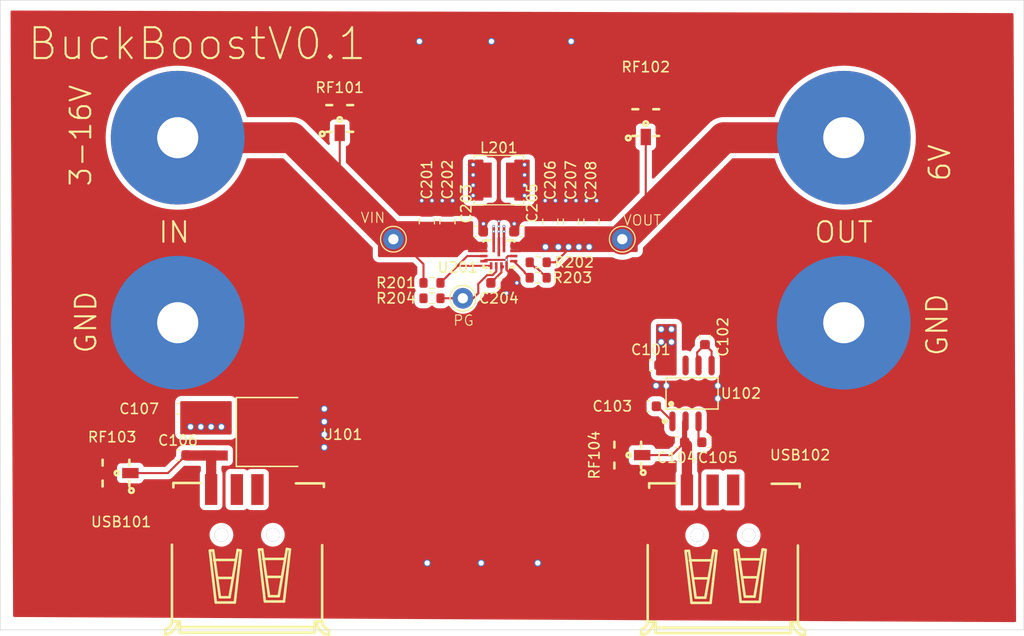
<source format=kicad_pcb>
(kicad_pcb (version 20240108) (generator "pcbnew") (generator_version "8.0")
  (layers (0 "F.Cu" signal) (1 "In1.Cu" power "Ground") (2 "In2.Cu" power "Power") (31 "B.Cu" signal) (34 "B.Paste" user) (35 "F.Paste" user) (36 "B.SilkS" user "B.Silkscreen") (37 "F.SilkS" user "F.Silkscreen") (38 "B.Mask" user) (39 "F.Mask" user) (44 "Edge.Cuts" user))
  (net 0 "")
  (net 1 "Net-(U201-Vaux)")
  (net 2 "GND")
  (net 3 "Net-(U201-L1)")
  (net 4 "Net-(U201-L2)")
  (net 5 "Net-(U201-EN)")
  (net 6 "Net-(R202-Pad2)")
  (net 7 "Net-(U201-FB)")
  (net 8 "Net-(U102-REF)")
  (net 9 "Net-(U102-VREG)")
  (net 10 "Net-(RF104-SIG)")
  (net 11 "Net-(U102-BYP)")
  (net 12 "Net-(RF103-SIG)")
  (net 17 "/BB6V/VLogic")
  (net 18 "/BB6V/VIN")
  (net 19 "/BB6V/VOUT")
  (net 20 "/BB6V/PG")
  (footprint "Resistor_SMD:R_0603_1608Metric" (layer "F.Cu") (at 64.792857 39.24475 180)
    (property "Reference" "R203" (at -3.325 0 0) (layer "F.SilkS"))
    (property "Value" "51k")
    (fp_line (start -0.237258 0.5225) (end 0.237258 0.5225) (stroke (width 0.12)) (layer "F.SilkS"))
    (fp_line (start -0.237258 -0.5225) (end 0.237258 -0.5225) (stroke (width 0.12)) (layer "F.SilkS"))
    (pad "1" smd roundrect (at -0.825 0 180) (size 0.8 0.95) (layers "F.Cu" "F.Paste" "F.Mask") (net 6 "Net-(R202-Pad2)"))
    (pad "2" smd roundrect (at 0.825 0 180) (size 0.8 0.95) (layers "F.Cu" "F.Paste" "F.Mask") (net 7 "Net-(U201-FB)"))
  )
  (footprint "easyeda2kicad:VQFN-HR-15_L3.0-W2.5-P0.50-BL_TPS63070RNMR" (layer "F.Cu") (at 60.967857 37.06475)
    (property "Reference" "U201" (at -4 1.18 0) (layer "F.SilkS"))
    (property "Value" "TPS63070RNMR")
    (fp_line (start -1.5 -1.45) (end -1.5 -1.33) (stroke (width 0.25)) (layer "F.SilkS"))
    (fp_line (start -1.5 1.01) (end -1.5 1.18) (stroke (width 0.25)) (layer "F.SilkS"))
    (fp_line (start -1.5 1.18) (end -1.11 1.18) (stroke (width 0.25)) (layer "F.SilkS"))
    (fp_line (start -0.86 -1.45) (end -1.5 -1.45) (stroke (width 0.25)) (layer "F.SilkS"))
    (fp_line (start 1.1 1.18) (end 1.5 1.18) (stroke (width 0.25)) (layer "F.SilkS"))
    (fp_line (start 1.5 -1.45) (end 0.85 -1.45) (stroke (width 0.25)) (layer "F.SilkS"))
    (fp_line (start 1.5 -1.33) (end 1.5 -1.45) (stroke (width 0.25)) (layer "F.SilkS"))
    (fp_line (start 1.5 1.18) (end 1.5 1.01) (stroke (width 0.25)) (layer "F.SilkS"))
    (fp_circle (center -0.79 1.63) (end -0.69 1.63) (stroke (width 0.2)) (fill none) (layer "F.SilkS"))
    (pad "1" smd rect (at -0.75 1.02 180) (size 0.25 0.7) (layers "F.Cu" "F.Paste" "F.Mask") (net 5 "Net-(U201-EN)"))
    (pad "2" smd rect (at -0.25 1.02 180) (size 0.25 0.7) (layers "F.Cu" "F.Paste" "F.Mask") (net 20 "/BB6V/PG"))
    (pad "3" smd rect (at 0.25 1.02 180) (size 0.25 0.7) (layers "F.Cu" "F.Paste" "F.Mask") (net 1 "Net-(U201-Vaux)"))
    (pad "4" smd rect (at 0.75 1.02 180) (size 0.25 0.7) (layers "F.Cu" "F.Paste" "F.Mask") (net 2 "GND"))
    (pad "5" smd rect (at 1.45 0.57 270) (size 0.25 0.7) (layers "F.Cu" "F.Paste" "F.Mask") (net 7 "Net-(U201-FB)"))
    (pad "6" smd rect (at 1.45 0.07 270) (size 0.25 0.7) (layers "F.Cu" "F.Paste" "F.Mask") (net 2 "GND"))
    (pad "7" smd rect (at 1.45 -0.43 270) (size 0.25 0.7) (layers "F.Cu" "F.Paste" "F.Mask") (net 19 "/BB6V/VOUT"))
    (pad "8" smd rect (at 1.45 -0.93 270) (size 0.25 0.7) (layers "F.Cu" "F.Paste" "F.Mask") (net 19 "/BB6V/VOUT"))
    (pad "9" smd rect (at 0.5 -1.02) (size 0.25 1.45) (layers "F.Cu" "F.Paste" "F.Mask") (net 4 "Net-(U201-L2)"))
    (pad "10" smd rect (at 0 -0.82) (size 0.25 1.85) (layers "F.Cu" "F.Paste" "F.Mask") (net 2 "GND"))
    (pad "11" smd rect (at -0.5 -1.02) (size 0.25 1.45) (layers "F.Cu" "F.Paste" "F.Mask") (net 3 "Net-(U201-L1)"))
    (pad "12" smd rect (at -1.45 -0.43 90) (size 0.25 0.7) (layers "F.Cu" "F.Paste" "F.Mask") (net 18 "/BB6V/VIN"))
    (pad "13" smd rect (at -1.45 -0.93 90) (size 0.25 0.7) (layers "F.Cu" "F.Paste" "F.Mask") (net 18 "/BB6V/VIN"))
    (pad "14" smd rect (at -1.45 0.07 90) (size 0.25 0.7) (layers "F.Cu" "F.Paste" "F.Mask") (net 5 "Net-(U201-EN)"))
    (pad "15" smd rect (at -1.45 0.57 90) (size 0.25 0.7) (layers "F.Cu" "F.Paste" "F.Mask") (net 2 "GND"))
  )
  (footprint "easyeda2kicad:ANT-SMD_73412-0110" (layer "F.Cu") (at 73.5 56.5 90)
    (property "Reference" "RF104" (at 0 -3.25 90) (layer "F.SilkS"))
    (property "Value" "73412-0110")
    (fp_line (start 0.73 -1.3) (end 1.3 -1.3) (stroke (width 0.25)) (layer "F.SilkS"))
    (fp_line (start -1.3 -1.3) (end -0.73 -1.3) (stroke (width 0.25)) (layer "F.SilkS"))
    (fp_line (start 1.3 1.3) (end 0.73 1.3) (stroke (width 0.25)) (layer "F.SilkS"))
    (fp_line (start -0.73 1.3) (end -1.3 1.3) (stroke (width 0.25)) (layer "F.SilkS"))
    (fp_circle (center 0 0.1) (end 0.22 0.1) (stroke (width 0.25)) (fill none) (layer "F.SilkS"))
    (fp_circle (center -1.7 1.5) (end -1.6 1.5) (stroke (width 0.25)) (fill none) (layer "F.SilkS"))
    (pad "1" smd rect (at -1.5 0) (size 2.2 1.1) (layers "F.Cu" "F.Paste" "F.Mask") (net 2 "GND"))
    (pad "2" smd rect (at 0 1.4) (size 1.6 1) (layers "F.Cu" "F.Paste" "F.Mask") (net 10 "Net-(RF104-SIG)"))
    (pad "3" smd rect (at 1.5 0) (size 2.2 1.1) (layers "F.Cu" "F.Paste" "F.Mask") (net 2 "GND"))
    (pad "4" smd rect (at 0 -1.4) (size 1 1) (layers "F.Cu" "F.Paste" "F.Mask") (net 2 "GND"))
  )
  (footprint "easyeda2kicad:USB-A-SMD_AF180QT1.0" (layer "F.Cu") (at 82.75 61.2375)
    (property "Reference" "USB102" (at 7.5 -4.7375 0) (layer "F.SilkS"))
    (property "Value" "AF180QT1.0")
    (fp_line (start -7.95 12.26) (end -7.95 12.7) (stroke (width 0.25)) (layer "F.SilkS"))
    (fp_line (start -7.95 12.7) (end -7.67 12.7) (stroke (width 0.25)) (layer "F.SilkS"))
    (fp_line (start -7.31 4.02) (end -7.31 11.48) (stroke (width 0.25)) (layer "F.SilkS"))
    (fp_line (start -7.31 11.48) (end -6.55 11.48) (stroke (width 0.25)) (layer "F.SilkS"))
    (fp_line (start -7.17 -1.99) (end -4.51 -1.99) (stroke (width 0.25)) (layer "F.SilkS"))
    (fp_line (start -7.17 -1.56) (end -7.17 -1.99) (stroke (width 0.25)) (layer "F.SilkS"))
    (fp_line (start -6.55 11.48) (end -6.55 12.04) (stroke (width 0.25)) (layer "F.SilkS"))
    (fp_line (start -6.55 12.04) (end -6.55 12.57) (stroke (width 0.25)) (layer "F.SilkS"))
    (fp_line (start -6.55 12.04) (end 6.56 12.04) (stroke (width 0.25)) (layer "F.SilkS"))
    (fp_line (start -6.55 12.57) (end 6.53 12.57) (stroke (width 0.25)) (layer "F.SilkS"))
    (fp_line (start -3.63 4.59) (end -3.3 4.57) (stroke (width 0.25)) (layer "F.SilkS"))
    (fp_line (start -3.3 4.57) (end -2.65 9.13) (stroke (width 0.25)) (layer "F.SilkS"))
    (fp_line (start -3.21 5.5) (end -1.12 5.5) (stroke (width 0.25)) (layer "F.SilkS"))
    (fp_line (start -3.05 9.64) (end -3.63 4.59) (stroke (width 0.25)) (layer "F.SilkS"))
    (fp_line (start -2.88 7.25) (end -1.43 7.25) (stroke (width 0.25)) (layer "F.SilkS"))
    (fp_line (start -2.65 9.13) (end -1.71 9.13) (stroke (width 0.25)) (layer "F.SilkS"))
    (fp_line (start -1.71 9.13) (end -0.92 4.53) (stroke (width 0.25)) (layer "F.SilkS"))
    (fp_line (start -1.2 9.64) (end -3.05 9.64) (stroke (width 0.25)) (layer "F.SilkS"))
    (fp_line (start -0.92 4.53) (end -0.62 4.58) (stroke (width 0.25)) (layer "F.SilkS"))
    (fp_line (start -0.62 4.58) (end -1.2 9.64) (stroke (width 0.25)) (layer "F.SilkS"))
    (fp_line (start 1.14 4.49) (end 1.47 4.47) (stroke (width 0.25)) (layer "F.SilkS"))
    (fp_line (start 1.47 4.47) (end 2.13 9.03) (stroke (width 0.25)) (layer "F.SilkS"))
    (fp_line (start 1.57 5.4) (end 3.65 5.4) (stroke (width 0.25)) (layer "F.SilkS"))
    (fp_line (start 1.72 9.54) (end 1.14 4.49) (stroke (width 0.25)) (layer "F.SilkS"))
    (fp_line (start 1.9 7.15) (end 3.35 7.15) (stroke (width 0.25)) (layer "F.SilkS"))
    (fp_line (start 2.13 9.03) (end 3.07 9.03) (stroke (width 0.25)) (layer "F.SilkS"))
    (fp_line (start 3.07 9.03) (end 3.86 4.43) (stroke (width 0.25)) (layer "F.SilkS"))
    (fp_line (start 3.58 9.54) (end 1.72 9.54) (stroke (width 0.25)) (layer "F.SilkS"))
    (fp_line (start 3.86 4.43) (end 4.16 4.48) (stroke (width 0.25)) (layer "F.SilkS"))
    (fp_line (start 4.16 4.48) (end 3.58 9.54) (stroke (width 0.25)) (layer "F.SilkS"))
    (fp_line (start 4.74 -1.95) (end 7.46 -1.95) (stroke (width 0.25)) (layer "F.SilkS"))
    (fp_line (start 6.53 12.57) (end 6.56 12.55) (stroke (width 0.25)) (layer "F.SilkS"))
    (fp_line (start 6.56 12.04) (end 6.56 11.51) (stroke (width 0.25)) (layer "F.SilkS"))
    (fp_line (start 6.56 12.55) (end 6.56 12.04) (stroke (width 0.25)) (layer "F.SilkS"))
    (fp_line (start 6.58 11.51) (end 7.29 11.51) (stroke (width 0.25)) (layer "F.SilkS"))
    (fp_line (start 7.29 11.51) (end 7.29 4.06) (stroke (width 0.25)) (layer "F.SilkS"))
    (fp_line (start 7.46 -1.95) (end 7.46 -1.6) (stroke (width 0.25)) (layer "F.SilkS"))
    (fp_line (start 7.67 12.75) (end 7.96 12.75) (stroke (width 0.25)) (layer "F.SilkS"))
    (fp_line (start 7.96 12.75) (end 7.96 12.31) (stroke (width 0.25)) (layer "F.SilkS"))
    (fp_arc (start -7.29 11.46) (mid -7.50081 11.962917) (end -7.958419 12.259498) (stroke (width 0.25)) (layer "F.SilkS"))
    (fp_arc (start -6.72 11.53) (mid -7.046845 12.239067) (end -7.675544 12.702037) (stroke (width 0.25)) (layer "F.SilkS"))
    (fp_arc (start 7.67 12.75) (mid 7.04173 12.289436) (end 6.714099 11.582683) (stroke (width 0.25)) (layer "F.SilkS"))
    (fp_arc (start 7.96 12.31) (mid 7.497587 12.016922) (end 7.282941 11.513288) (stroke (width 0.25)) (layer "F.SilkS"))
    (pad "" thru_hole circle (at -2.5 3.05) (size 1.3 1.3) (drill 1.3) (layers "*.Cu" "*.Mask"))
    (pad "" thru_hole circle (at 2.5 3.05) (size 1.3 1.3) (drill 1.3) (layers "*.Cu" "*.Mask"))
    (pad "1" smd rect (at -3.5 -1.35) (size 1.2 3) (layers "F.Cu" "F.Paste" "F.Mask") (net 10 "Net-(RF104-SIG)"))
    (pad "2" smd rect (at -1 -1.35) (size 1.2 3) (layers "F.Cu" "F.Paste" "F.Mask"))
    (pad "3" smd rect (at 1 -1.35) (size 1.2 3) (layers "F.Cu" "F.Paste" "F.Mask"))
    (pad "4" smd rect (at 3.5 -1.35) (size 1.2 3) (layers "F.Cu" "F.Paste" "F.Mask") (net 2 "GND"))
    (pad "5" smd rect (at 7.53 1.35) (size 2.7 5.2) (layers "F.Cu" "F.Paste" "F.Mask") (net 2 "GND"))
    (pad "6" smd rect (at -7.53 1.35) (size 2.7 5.2) (layers "F.Cu" "F.Paste" "F.Mask") (net 2 "GND"))
  )
  (footprint "Custom:BananaPlug" (layer "F.Cu") (at 29.75 25.61975)
    (property "Reference" "BP101" (hide yes))
    (property "Value" "~")
    (pad "1" thru_hole circle (at 0 0) (size 13 13) (drill 4) (layers "*.Cu" "*.Mask") (net 18 "/BB6V/VIN"))
  )
  (footprint "Capacitor_SMD:C_0805_2012Metric" (layer "F.Cu") (at 53.967857 33.74475 90)
    (property "Reference" "C201" (at 4.05 0 90) (layer "F.SilkS"))
    (property "Value" "10uf")
    (fp_line (start -0.261252 -0.735) (end 0.261252 -0.735) (stroke (width 0.12)) (layer "F.SilkS"))
    (fp_line (start -0.261252 0.735) (end 0.261252 0.735) (stroke (width 0.12)) (layer "F.SilkS"))
    (pad "1" smd roundrect (at -0.95 0 90) (size 1 1.45) (layers "F.Cu" "F.Paste" "F.Mask") (net 18 "/BB6V/VIN"))
    (pad "2" smd roundrect (at 0.95 0 90) (size 1 1.45) (layers "F.Cu" "F.Paste" "F.Mask") (net 2 "GND"))
  )
  (footprint "Connector_Pin:Pin_D1.0mm_L10.0mm" (layer "F.Cu") (at 57.467857 41.24475)
    (property "Reference" "TP202" (hide yes))
    (property "Value" "TestPoint")
    (fp_circle (center 0 0) (end 1.25 0.05) (stroke (width 0.12)) (fill none) (layer "F.SilkS"))
    (pad "1" thru_hole circle (at 0 0) (size 2 2) (drill 1) (layers "*.Cu" "*.Mask") (net 20 "/BB6V/PG"))
  )
  (footprint "Resistor_SMD:R_0603_1608Metric" (layer "F.Cu") (at 54.467857 39.74475)
    (property "Reference" "R201" (at -3.5 0 0) (layer "F.SilkS"))
    (property "Value" "10k")
    (fp_line (start -0.237258 -0.5225) (end 0.237258 -0.5225) (stroke (width 0.12)) (layer "F.SilkS"))
    (fp_line (start -0.237258 0.5225) (end 0.237258 0.5225) (stroke (width 0.12)) (layer "F.SilkS"))
    (pad "1" smd roundrect (at -0.825 0) (size 0.8 0.95) (layers "F.Cu" "F.Paste" "F.Mask") (net 18 "/BB6V/VIN"))
    (pad "2" smd roundrect (at 0.825 0) (size 0.8 0.95) (layers "F.Cu" "F.Paste" "F.Mask") (net 5 "Net-(U201-EN)"))
  )
  (footprint "Resistor_SMD:R_0603_1608Metric" (layer "F.Cu") (at 64.792857 37.74475 180)
    (property "Reference" "R202" (at -3.5 0 0) (layer "F.SilkS"))
    (property "Value" "332k")
    (fp_line (start -0.237258 0.5225) (end 0.237258 0.5225) (stroke (width 0.12)) (layer "F.SilkS"))
    (fp_line (start -0.237258 -0.5225) (end 0.237258 -0.5225) (stroke (width 0.12)) (layer "F.SilkS"))
    (pad "1" smd roundrect (at -0.825 0 180) (size 0.8 0.95) (layers "F.Cu" "F.Paste" "F.Mask") (net 19 "/BB6V/VOUT"))
    (pad "2" smd roundrect (at 0.825 0 180) (size 0.8 0.95) (layers "F.Cu" "F.Paste" "F.Mask") (net 6 "Net-(R202-Pad2)"))
  )
  (footprint "easyeda2kicad:ANT-SMD_73412-0110" (layer "F.Cu") (at 23.75 58.25 90)
    (property "Reference" "RF103" (at 3.5 -0.37 180) (layer "F.SilkS"))
    (property "Value" "73412-0110")
    (fp_line (start 0.73 -1.3) (end 1.3 -1.3) (stroke (width 0.25)) (layer "F.SilkS"))
    (fp_line (start -1.3 -1.3) (end -0.73 -1.3) (stroke (width 0.25)) (layer "F.SilkS"))
    (fp_line (start 1.3 1.3) (end 0.73 1.3) (stroke (width 0.25)) (layer "F.SilkS"))
    (fp_line (start -0.73 1.3) (end -1.3 1.3) (stroke (width 0.25)) (layer "F.SilkS"))
    (fp_circle (center 0 0.1) (end 0.22 0.1) (stroke (width 0.25)) (fill none) (layer "F.SilkS"))
    (fp_circle (center -1.7 1.5) (end -1.6 1.5) (stroke (width 0.25)) (fill none) (layer "F.SilkS"))
    (pad "1" smd rect (at -1.5 0) (size 2.2 1.1) (layers "F.Cu" "F.Paste" "F.Mask") (net 2 "GND"))
    (pad "2" smd rect (at 0 1.4) (size 1.6 1) (layers "F.Cu" "F.Paste" "F.Mask") (net 12 "Net-(RF103-SIG)"))
    (pad "3" smd rect (at 1.5 0) (size 2.2 1.1) (layers "F.Cu" "F.Paste" "F.Mask") (net 2 "GND"))
    (pad "4" smd rect (at 0 -1.4) (size 1 1) (layers "F.Cu" "F.Paste" "F.Mask") (net 2 "GND"))
  )
  (footprint "Custom:BananaPlug" (layer "F.Cu") (at 29.75 43.61975)
    (property "Reference" "BP102" (hide yes))
    (property "Value" "~")
    (pad "1" thru_hole circle (at 0 0) (size 13 13) (drill 4) (layers "*.Cu" "*.Mask") (net 2 "GND"))
  )
  (footprint "easyeda2kicad:USB-A-SMD_AF180QT1.0" (layer "F.Cu") (at 36.5 61.2)
    (property "Reference" "USB101" (at -12.25 1.8 0) (layer "F.SilkS"))
    (property "Value" "AF180QT1.0")
    (fp_line (start -7.95 12.26) (end -7.95 12.7) (stroke (width 0.25)) (layer "F.SilkS"))
    (fp_line (start -7.95 12.7) (end -7.67 12.7) (stroke (width 0.25)) (layer "F.SilkS"))
    (fp_line (start -7.31 4.02) (end -7.31 11.48) (stroke (width 0.25)) (layer "F.SilkS"))
    (fp_line (start -7.31 11.48) (end -6.55 11.48) (stroke (width 0.25)) (layer "F.SilkS"))
    (fp_line (start -7.17 -1.99) (end -4.51 -1.99) (stroke (width 0.25)) (layer "F.SilkS"))
    (fp_line (start -7.17 -1.56) (end -7.17 -1.99) (stroke (width 0.25)) (layer "F.SilkS"))
    (fp_line (start -6.55 11.48) (end -6.55 12.04) (stroke (width 0.25)) (layer "F.SilkS"))
    (fp_line (start -6.55 12.04) (end -6.55 12.57) (stroke (width 0.25)) (layer "F.SilkS"))
    (fp_line (start -6.55 12.04) (end 6.56 12.04) (stroke (width 0.25)) (layer "F.SilkS"))
    (fp_line (start -6.55 12.57) (end 6.53 12.57) (stroke (width 0.25)) (layer "F.SilkS"))
    (fp_line (start -3.63 4.59) (end -3.3 4.57) (stroke (width 0.25)) (layer "F.SilkS"))
    (fp_line (start -3.3 4.57) (end -2.65 9.13) (stroke (width 0.25)) (layer "F.SilkS"))
    (fp_line (start -3.21 5.5) (end -1.12 5.5) (stroke (width 0.25)) (layer "F.SilkS"))
    (fp_line (start -3.05 9.64) (end -3.63 4.59) (stroke (width 0.25)) (layer "F.SilkS"))
    (fp_line (start -2.88 7.25) (end -1.43 7.25) (stroke (width 0.25)) (layer "F.SilkS"))
    (fp_line (start -2.65 9.13) (end -1.71 9.13) (stroke (width 0.25)) (layer "F.SilkS"))
    (fp_line (start -1.71 9.13) (end -0.92 4.53) (stroke (width 0.25)) (layer "F.SilkS"))
    (fp_line (start -1.2 9.64) (end -3.05 9.64) (stroke (width 0.25)) (layer "F.SilkS"))
    (fp_line (start -0.92 4.53) (end -0.62 4.58) (stroke (width 0.25)) (layer "F.SilkS"))
    (fp_line (start -0.62 4.58) (end -1.2 9.64) (stroke (width 0.25)) (layer "F.SilkS"))
    (fp_line (start 1.14 4.49) (end 1.47 4.47) (stroke (width 0.25)) (layer "F.SilkS"))
    (fp_line (start 1.47 4.47) (end 2.13 9.03) (stroke (width 0.25)) (layer "F.SilkS"))
    (fp_line (start 1.57 5.4) (end 3.65 5.4) (stroke (width 0.25)) (layer "F.SilkS"))
    (fp_line (start 1.72 9.54) (end 1.14 4.49) (stroke (width 0.25)) (layer "F.SilkS"))
    (fp_line (start 1.9 7.15) (end 3.35 7.15) (stroke (width 0.25)) (layer "F.SilkS"))
    (fp_line (start 2.13 9.03) (end 3.07 9.03) (stroke (width 0.25)) (layer "F.SilkS"))
    (fp_line (start 3.07 9.03) (end 3.86 4.43) (stroke (width 0.25)) (layer "F.SilkS"))
    (fp_line (start 3.58 9.54) (end 1.72 9.54) (stroke (width 0.25)) (layer "F.SilkS"))
    (fp_line (start 3.86 4.43) (end 4.16 4.48) (stroke (width 0.25)) (layer "F.SilkS"))
    (fp_line (start 4.16 4.48) (end 3.58 9.54) (stroke (width 0.25)) (layer "F.SilkS"))
    (fp_line (start 4.74 -1.95) (end 7.46 -1.95) (stroke (width 0.25)) (layer "F.SilkS"))
    (fp_line (start 6.53 12.57) (end 6.56 12.55) (stroke (width 0.25)) (layer "F.SilkS"))
    (fp_line (start 6.56 12.04) (end 6.56 11.51) (stroke (width 0.25)) (layer "F.SilkS"))
    (fp_line (start 6.56 12.55) (end 6.56 12.04) (stroke (width 0.25)) (layer "F.SilkS"))
    (fp_line (start 6.58 11.51) (end 7.29 11.51) (stroke (width 0.25)) (layer "F.SilkS"))
    (fp_line (start 7.29 11.51) (end 7.29 4.06) (stroke (width 0.25)) (layer "F.SilkS"))
    (fp_line (start 7.46 -1.95) (end 7.46 -1.6) (stroke (width 0.25)) (layer "F.SilkS"))
    (fp_line (start 7.67 12.75) (end 7.96 12.75) (stroke (width 0.25)) (layer "F.SilkS"))
    (fp_line (start 7.96 12.75) (end 7.96 12.31) (stroke (width 0.25)) (layer "F.SilkS"))
    (fp_arc (start -7.29 11.46) (mid -7.50081 11.962917) (end -7.958419 12.259498) (stroke (width 0.25)) (layer "F.SilkS"))
    (fp_arc (start -6.72 11.53) (mid -7.046845 12.239067) (end -7.675544 12.702037) (stroke (width 0.25)) (layer "F.SilkS"))
    (fp_arc (start 7.67 12.75) (mid 7.04173 12.289436) (end 6.714099 11.582683) (stroke (width 0.25)) (layer "F.SilkS"))
    (fp_arc (start 7.96 12.31) (mid 7.497587 12.016922) (end 7.282941 11.513288) (stroke (width 0.25)) (layer "F.SilkS"))
    (pad "" thru_hole circle (at -2.5 3.05) (size 1.3 1.3) (drill 1.3) (layers "*.Cu" "*.Mask"))
    (pad "" thru_hole circle (at 2.5 3.05) (size 1.3 1.3) (drill 1.3) (layers "*.Cu" "*.Mask"))
    (pad "1" smd rect (at -3.5 -1.35) (size 1.2 3) (layers "F.Cu" "F.Paste" "F.Mask") (net 12 "Net-(RF103-SIG)"))
    (pad "2" smd rect (at -1 -1.35) (size 1.2 3) (layers "F.Cu" "F.Paste" "F.Mask"))
    (pad "3" smd rect (at 1 -1.35) (size 1.2 3) (layers "F.Cu" "F.Paste" "F.Mask"))
    (pad "4" smd rect (at 3.5 -1.35) (size 1.2 3) (layers "F.Cu" "F.Paste" "F.Mask") (net 2 "GND"))
    (pad "5" smd rect (at 7.53 1.35) (size 2.7 5.2) (layers "F.Cu" "F.Paste" "F.Mask") (net 2 "GND"))
    (pad "6" smd rect (at -7.53 1.35) (size 2.7 5.2) (layers "F.Cu" "F.Paste" "F.Mask") (net 2 "GND"))
  )
  (footprint "Resistor_SMD:R_0603_1608Metric" (layer "F.Cu") (at 54.467857 41.24475)
    (property "Reference" "R204" (at -3.5 0 0) (layer "F.SilkS"))
    (property "Value" "10k")
    (fp_line (start -0.237258 -0.5225) (end 0.237258 -0.5225) (stroke (width 0.12)) (layer "F.SilkS"))
    (fp_line (start -0.237258 0.5225) (end 0.237258 0.5225) (stroke (width 0.12)) (layer "F.SilkS"))
    (pad "1" smd roundrect (at -0.825 0) (size 0.8 0.95) (layers "F.Cu" "F.Paste" "F.Mask") (net 17 "/BB6V/VLogic"))
    (pad "2" smd roundrect (at 0.825 0) (size 0.8 0.95) (layers "F.Cu" "F.Paste" "F.Mask") (net 20 "/BB6V/PG"))
  )
  (footprint "easyeda2kicad:ANT-SMD_73412-0110" (layer "F.Cu") (at 75.25 24.15)
    (property "Reference" "RF102" (at 0 -5.4 0) (layer "F.SilkS"))
    (property "Value" "73412-0110")
    (fp_line (start -1.3 -1.3) (end -0.73 -1.3) (stroke (width 0.25)) (layer "F.SilkS"))
    (fp_line (start -0.73 1.3) (end -1.3 1.3) (stroke (width 0.25)) (layer "F.SilkS"))
    (fp_line (start 0.73 -1.3) (end 1.3 -1.3) (stroke (width 0.25)) (layer "F.SilkS"))
    (fp_line (start 1.3 1.3) (end 0.73 1.3) (stroke (width 0.25)) (layer "F.SilkS"))
    (fp_circle (center -1.7 1.5) (end -1.6 1.5) (stroke (width 0.25)) (fill none) (layer "F.SilkS"))
    (fp_circle (center 0 0.1) (end 0.22 0.1) (stroke (width 0.25)) (fill none) (layer "F.SilkS"))
    (pad "1" smd rect (at -1.5 0 270) (size 2.2 1.1) (layers "F.Cu" "F.Paste" "F.Mask") (net 2 "GND"))
    (pad "2" smd rect (at 0 1.4 270) (size 1.6 1) (layers "F.Cu" "F.Paste" "F.Mask") (net 19 "/BB6V/VOUT"))
    (pad "3" smd rect (at 1.5 0 270) (size 2.2 1.1) (layers "F.Cu" "F.Paste" "F.Mask") (net 2 "GND"))
    (pad "4" smd rect (at 0 -1.4 270) (size 1 1) (layers "F.Cu" "F.Paste" "F.Mask") (net 2 "GND"))
  )
  (footprint "Capacitor_SMD:C_0603_1608Metric" (layer "F.Cu") (at 58.692857 34.74475)
    (property "Reference" "C203" (at -0.898658 -2.696796 90) (layer "F.SilkS"))
    (property "Value" "10uf")
    (fp_line (start -0.14058 -0.51) (end 0.14058 -0.51) (stroke (width 0.12)) (layer "F.SilkS"))
    (fp_line (start -0.14058 0.51) (end 0.14058 0.51) (stroke (width 0.12)) (layer "F.SilkS"))
    (pad "1" smd roundrect (at -0.775 0) (size 0.9 0.95) (layers "F.Cu" "F.Paste" "F.Mask") (net 18 "/BB6V/VIN"))
    (pad "2" smd roundrect (at 0.775 0) (size 0.9 0.95) (layers "F.Cu" "F.Paste" "F.Mask") (net 2 "GND"))
  )
  (footprint "Capacitor_SMD:C_0603_1608Metric" (layer "F.Cu") (at 78.25 55.25 180)
    (property "Reference" "C104" (at 0 -1.5 360) (layer "F.SilkS"))
    (property "Value" "10f")
    (fp_line (start -0.14058 0.51) (end 0.14058 0.51) (stroke (width 0.12)) (layer "F.SilkS"))
    (fp_line (start -0.14058 -0.51) (end 0.14058 -0.51) (stroke (width 0.12)) (layer "F.SilkS"))
    (pad "1" smd roundrect (at -0.775 0 180) (size 0.9 0.95) (layers "F.Cu" "F.Paste" "F.Mask") (net 10 "Net-(RF104-SIG)"))
    (pad "2" smd roundrect (at 0.775 0 180) (size 0.9 0.95) (layers "F.Cu" "F.Paste" "F.Mask") (net 2 "GND"))
  )
  (footprint "Capacitor_SMD:C_0603_1608Metric" (layer "F.Cu") (at 29.775 56.5)
    (property "Reference" "C106" (at 0 -1.43 0) (layer "F.SilkS"))
    (property "Value" "10uf")
    (fp_line (start -0.14058 -0.51) (end 0.14058 -0.51) (stroke (width 0.12)) (layer "F.SilkS"))
    (fp_line (start -0.14058 0.51) (end 0.14058 0.51) (stroke (width 0.12)) (layer "F.SilkS"))
    (pad "1" smd roundrect (at -0.775 0) (size 0.9 0.95) (layers "F.Cu" "F.Paste" "F.Mask") (net 2 "GND"))
    (pad "2" smd roundrect (at 0.775 0) (size 0.9 0.95) (layers "F.Cu" "F.Paste" "F.Mask") (net 12 "Net-(RF103-SIG)"))
  )
  (footprint "Inductor_SMD:L_Coilcraft_XAL4020-XXX" (layer "F.Cu") (at 60.967857 29.74475)
    (property "Reference" "L201" (at 0 -3.15 0) (layer "F.SilkS"))
    (property "Value" "1uH")
    (fp_line (start -2.41 -2.41) (end -2.41 -1.96) (stroke (width 0.12)) (layer "F.SilkS"))
    (fp_line (start -2.41 -2.41) (end 2.41 -2.41) (stroke (width 0.12)) (layer "F.SilkS"))
    (fp_line (start -2.41 2.41) (end -2.41 1.96) (stroke (width 0.12)) (layer "F.SilkS"))
    (fp_line (start -2.41 2.41) (end 2.41 2.41) (stroke (width 0.12)) (layer "F.SilkS"))
    (fp_line (start 2.41 -2.41) (end 2.41 -1.96) (stroke (width 0.12)) (layer "F.SilkS"))
    (fp_line (start 2.41 2.41) (end 2.41 1.96) (stroke (width 0.12)) (layer "F.SilkS"))
    (pad "1" smd rect (at -1.185 0) (size 0.98 3.4) (layers "F.Cu" "F.Paste" "F.Mask") (net 3 "Net-(U201-L1)"))
    (pad "2" smd rect (at 1.185 0) (size 0.98 3.4) (layers "F.Cu" "F.Paste" "F.Mask") (net 4 "Net-(U201-L2)"))
  )
  (footprint "Capacitor_SMD:C_0603_1608Metric" (layer "F.Cu") (at 63.192857 34.74475 180)
    (property "Reference" "C205" (at -1.01185 2.765315 90) (layer "F.SilkS"))
    (property "Value" "10uf")
    (fp_line (start -0.14058 0.51) (end 0.14058 0.51) (stroke (width 0.12)) (layer "F.SilkS"))
    (fp_line (start -0.14058 -0.51) (end 0.14058 -0.51) (stroke (width 0.12)) (layer "F.SilkS"))
    (pad "1" smd roundrect (at -0.775 0 180) (size 0.9 0.95) (layers "F.Cu" "F.Paste" "F.Mask") (net 19 "/BB6V/VOUT"))
    (pad "2" smd roundrect (at 0.775 0 180) (size 0.9 0.95) (layers "F.Cu" "F.Paste" "F.Mask") (net 2 "GND"))
  )
  (footprint "Capacitor_SMD:C_0805_2012Metric" (layer "F.Cu") (at 67.967857 33.79475 90)
    (property "Reference" "C207" (at 4.05 0 90) (layer "F.SilkS"))
    (property "Value" "22uf")
    (fp_line (start -0.261252 -0.735) (end 0.261252 -0.735) (stroke (width 0.12)) (layer "F.SilkS"))
    (fp_line (start -0.261252 0.735) (end 0.261252 0.735) (stroke (width 0.12)) (layer "F.SilkS"))
    (pad "1" smd roundrect (at -0.95 0 90) (size 1 1.45) (layers "F.Cu" "F.Paste" "F.Mask") (net 19 "/BB6V/VOUT"))
    (pad "2" smd roundrect (at 0.95 0 90) (size 1 1.45) (layers "F.Cu" "F.Paste" "F.Mask") (net 2 "GND"))
  )
  (footprint "Capacitor_SMD:C_0603_1608Metric" (layer "F.Cu") (at 75.5 51.75 180)
    (property "Reference" "C103" (at 3.5 0 360) (layer "F.SilkS"))
    (property "Value" "10uf")
    (fp_line (start -0.14058 0.51) (end 0.14058 0.51) (stroke (width 0.12)) (layer "F.SilkS"))
    (fp_line (start -0.14058 -0.51) (end 0.14058 -0.51) (stroke (width 0.12)) (layer "F.SilkS"))
    (pad "1" smd roundrect (at -0.775 0 180) (size 0.9 0.95) (layers "F.Cu" "F.Paste" "F.Mask") (net 9 "Net-(U102-VREG)"))
    (pad "2" smd roundrect (at 0.775 0 180) (size 0.9 0.95) (layers "F.Cu" "F.Paste" "F.Mask") (net 2 "GND"))
  )
  (footprint "easyeda2kicad:SOIC-8_L4.9-W3.9-P1.27-LS6.0-BL-EP" (layer "F.Cu") (at 79.75 50.5)
    (property "Reference" "U102" (at 4.75 0 0) (layer "F.SilkS"))
    (property "Value" "ADM7150ARDZ-5.0")
    (fp_line (start -2.53 -1.52) (end 2.53 -1.52) (stroke (width 0.15)) (layer "F.SilkS"))
    (fp_line (start -2.53 1.52) (end -2.53 -1.52) (stroke (width 0.15)) (layer "F.SilkS"))
    (fp_line (start 2.53 -1.52) (end 2.53 1.52) (stroke (width 0.15)) (layer "F.SilkS"))
    (fp_line (start 2.53 1.52) (end -2.53 1.52) (stroke (width 0.15)) (layer "F.SilkS"))
    (fp_circle (center -2.66 2.72) (end -2.51 2.72) (stroke (width 0.3)) (fill none) (layer "F.SilkS"))
    (fp_circle (center -2.03 1.02) (end -1.88 1.02) (stroke (width 0.3)) (fill none) (layer "F.SilkS"))
    (pad "1" smd oval (at -1.91 2.72) (size 0.6 1.94) (layers "F.Cu" "F.Paste" "F.Mask") (net 9 "Net-(U102-VREG)"))
    (pad "2" smd oval (at -0.63 2.72) (size 0.6 1.94) (layers "F.Cu" "F.Paste" "F.Mask") (net 10 "Net-(RF104-SIG)"))
    (pad "3" smd oval (at 0.63 2.72) (size 0.6 1.94) (layers "F.Cu" "F.Paste" "F.Mask") (net 11 "Net-(U102-BYP)"))
    (pad "4" smd oval (at 1.9 2.72) (size 0.6 1.94) (layers "F.Cu" "F.Paste" "F.Mask") (net 2 "GND"))
    (pad "5" smd oval (at 1.9 -2.72) (size 0.6 1.94) (layers "F.Cu" "F.Paste" "F.Mask") (net 8 "Net-(U102-REF)"))
    (pad "6" smd oval (at 0.63 -2.72) (size 0.6 1.94) (layers "F.Cu" "F.Paste" "F.Mask") (net 8 "Net-(U102-REF)"))
    (pad "7" smd oval (at -0.63 -2.72) (size 0.6 1.94) (layers "F.Cu" "F.Paste" "F.Mask") (net 19 "/BB6V/VOUT"))
    (pad "8" smd oval (at -1.91 -2.72) (size 0.6 1.94) (layers "F.Cu" "F.Paste" "F.Mask") (net 19 "/BB6V/VOUT"))
    (pad "9" smd rect (at 0 0) (size 3.1 2.41) (layers "F.Cu" "F.Paste" "F.Mask") (net 2 "GND"))
  )
  (footprint "Capacitor_SMD:C_0603_1608Metric" (layer "F.Cu") (at 29.775 52)
    (property "Reference" "C107" (at -3.775 0 0) (layer "F.SilkS"))
    (property "Value" "10uf")
    (fp_line (start -0.14058 -0.51) (end 0.14058 -0.51) (stroke (width 0.12)) (layer "F.SilkS"))
    (fp_line (start -0.14058 0.51) (end 0.14058 0.51) (stroke (width 0.12)) (layer "F.SilkS"))
    (pad "1" smd roundrect (at -0.775 0) (size 0.9 0.95) (layers "F.Cu" "F.Paste" "F.Mask") (net 2 "GND"))
    (pad "2" smd roundrect (at 0.775 0) (size 0.9 0.95) (layers "F.Cu" "F.Paste" "F.Mask") (net 19 "/BB6V/VOUT"))
  )
  (footprint "Capacitor_SMD:C_0805_2012Metric" (layer "F.Cu") (at 55.967857 33.74475 90)
    (property "Reference" "C202" (at 4.05 0 90) (layer "F.SilkS"))
    (property "Value" "10uf")
    (fp_line (start -0.261252 -0.735) (end 0.261252 -0.735) (stroke (width 0.12)) (layer "F.SilkS"))
    (fp_line (start -0.261252 0.735) (end 0.261252 0.735) (stroke (width 0.12)) (layer "F.SilkS"))
    (pad "1" smd roundrect (at -0.95 0 90) (size 1 1.45) (layers "F.Cu" "F.Paste" "F.Mask") (net 18 "/BB6V/VIN"))
    (pad "2" smd roundrect (at 0.95 0 90) (size 1 1.45) (layers "F.Cu" "F.Paste" "F.Mask") (net 2 "GND"))
  )
  (footprint "Connector_Pin:Pin_D1.0mm_L10.0mm" (layer "F.Cu") (at 72.967857 35.49475)
    (property "Reference" "TP203" (hide yes))
    (property "Value" "TestPoint")
    (fp_circle (center 0 0) (end 1.25 0.05) (stroke (width 0.12)) (fill none) (layer "F.SilkS"))
    (pad "1" thru_hole circle (at 0 0) (size 2 2) (drill 1) (layers "*.Cu" "*.Mask") (net 19 "/BB6V/VOUT"))
  )
  (footprint "Capacitor_SMD:C_0603_1608Metric" (layer "F.Cu") (at 81 44.975 90)
    (property "Reference" "C102" (at -0.025 1.75 90) (layer "F.SilkS"))
    (property "Value" "1uf")
    (fp_line (start -0.14058 -0.51) (end 0.14058 -0.51) (stroke (width 0.12)) (layer "F.SilkS"))
    (fp_line (start -0.14058 0.51) (end 0.14058 0.51) (stroke (width 0.12)) (layer "F.SilkS"))
    (pad "1" smd roundrect (at -0.775 0 90) (size 0.9 0.95) (layers "F.Cu" "F.Paste" "F.Mask") (net 8 "Net-(U102-REF)"))
    (pad "2" smd roundrect (at 0.775 0 90) (size 0.9 0.95) (layers "F.Cu" "F.Paste" "F.Mask") (net 2 "GND"))
  )
  (footprint "Capacitor_SMD:C_0603_1608Metric" (layer "F.Cu") (at 81.475 55.25)
    (property "Reference" "C105" (at 0.775 1.5 0) (layer "F.SilkS"))
    (property "Value" "1uf")
    (fp_line (start -0.14058 -0.51) (end 0.14058 -0.51) (stroke (width 0.12)) (layer "F.SilkS"))
    (fp_line (start -0.14058 0.51) (end 0.14058 0.51) (stroke (width 0.12)) (layer "F.SilkS"))
    (pad "1" smd roundrect (at -0.775 0) (size 0.9 0.95) (layers "F.Cu" "F.Paste" "F.Mask") (net 11 "Net-(U102-BYP)"))
    (pad "2" smd roundrect (at 0.775 0) (size 0.9 0.95) (layers "F.Cu" "F.Paste" "F.Mask") (net 2 "GND"))
  )
  (footprint "Capacitor_SMD:C_0805_2012Metric" (layer "F.Cu") (at 65.967857 33.79475 90)
    (property "Reference" "C206" (at 4.05 0 90) (layer "F.SilkS"))
    (property "Value" "22uf")
    (fp_line (start -0.261252 -0.735) (end 0.261252 -0.735) (stroke (width 0.12)) (layer "F.SilkS"))
    (fp_line (start -0.261252 0.735) (end 0.261252 0.735) (stroke (width 0.12)) (layer "F.SilkS"))
    (pad "1" smd roundrect (at -0.95 0 90) (size 1 1.45) (layers "F.Cu" "F.Paste" "F.Mask") (net 19 "/BB6V/VOUT"))
    (pad "2" smd roundrect (at 0.95 0 90) (size 1 1.45) (layers "F.Cu" "F.Paste" "F.Mask") (net 2 "GND"))
  )
  (footprint "Custom:BananaPlug" (layer "F.Cu") (at 94.5 43.61975)
    (property "Reference" "BP104" (hide yes))
    (property "Value" "~")
    (pad "1" thru_hole circle (at 0 0) (size 13 13) (drill 4) (layers "*.Cu" "*.Mask") (net 2 "GND"))
  )
  (footprint "Capacitor_SMD:C_0805_2012Metric" (layer "F.Cu") (at 69.967857 33.79475 90)
    (property "Reference" "C208" (at 4 -0.05 90) (layer "F.SilkS"))
    (property "Value" "22uf")
    (fp_line (start -0.261252 -0.735) (end 0.261252 -0.735) (stroke (width 0.12)) (layer "F.SilkS"))
    (fp_line (start -0.261252 0.735) (end 0.261252 0.735) (stroke (width 0.12)) (layer "F.SilkS"))
    (pad "1" smd roundrect (at -0.95 0 90) (size 1 1.45) (layers "F.Cu" "F.Paste" "F.Mask") (net 19 "/BB6V/VOUT"))
    (pad "2" smd roundrect (at 0.95 0 90) (size 1 1.45) (layers "F.Cu" "F.Paste" "F.Mask") (net 2 "GND"))
  )
  (footprint "Connector_Pin:Pin_D1.0mm_L10.0mm" (layer "F.Cu") (at 50.717857 35.49475)
    (property "Reference" "TP201" (hide yes))
    (property "Value" "TestPoint")
    (fp_circle (center 0 0) (end 1.25 0.05) (stroke (width 0.12)) (fill none) (layer "F.SilkS"))
    (pad "1" thru_hole circle (at 0 0) (size 2 2) (drill 1) (layers "*.Cu" "*.Mask") (net 18 "/BB6V/VIN"))
  )
  (footprint "easyeda2kicad:ANT-SMD_73412-0110" (layer "F.Cu") (at 45.5 23.75)
    (property "Reference" "RF101" (at 0 -3 360) (layer "F.SilkS"))
    (property "Value" "73412-0110")
    (fp_line (start -1.3 -1.3) (end -0.73 -1.3) (stroke (width 0.25)) (layer "F.SilkS"))
    (fp_line (start -0.73 1.3) (end -1.3 1.3) (stroke (width 0.25)) (layer "F.SilkS"))
    (fp_line (start 0.73 -1.3) (end 1.3 -1.3) (stroke (width 0.25)) (layer "F.SilkS"))
    (fp_line (start 1.3 1.3) (end 0.73 1.3) (stroke (width 0.25)) (layer "F.SilkS"))
    (fp_circle (center -1.7 1.5) (end -1.6 1.5) (stroke (width 0.25)) (fill none) (layer "F.SilkS"))
    (fp_circle (center 0 0.1) (end 0.22 0.1) (stroke (width 0.25)) (fill none) (layer "F.SilkS"))
    (pad "1" smd rect (at -1.5 0 270) (size 2.2 1.1) (layers "F.Cu" "F.Paste" "F.Mask") (net 2 "GND"))
    (pad "2" smd rect (at 0 1.4 270) (size 1.6 1) (layers "F.Cu" "F.Paste" "F.Mask") (net 18 "/BB6V/VIN"))
    (pad "3" smd rect (at 1.5 0 270) (size 2.2 1.1) (layers "F.Cu" "F.Paste" "F.Mask") (net 2 "GND"))
    (pad "4" smd rect (at 0 -1.4 270) (size 1 1) (layers "F.Cu" "F.Paste" "F.Mask") (net 2 "GND"))
  )
  (footprint "Capacitor_SMD:C_0603_1608Metric" (layer "F.Cu") (at 60.967857 39.74475)
    (property "Reference" "C204" (at 0 1.5 0) (layer "F.SilkS"))
    (property "Value" "100nf")
    (fp_line (start -0.14058 -0.51) (end 0.14058 -0.51) (stroke (width 0.12)) (layer "F.SilkS"))
    (fp_line (start -0.14058 0.51) (end 0.14058 0.51) (stroke (width 0.12)) (layer "F.SilkS"))
    (pad "1" smd roundrect (at -0.775 0) (size 0.9 0.95) (layers "F.Cu" "F.Paste" "F.Mask") (net 1 "Net-(U201-Vaux)"))
    (pad "2" smd roundrect (at 0.775 0) (size 0.9 0.95) (layers "F.Cu" "F.Paste" "F.Mask") (net 2 "GND"))
  )
  (footprint "Capacitor_SMD:C_0603_1608Metric" (layer "F.Cu") (at 75.75 47.75 180)
    (property "Reference" "C101" (at 0 1.5 360) (layer "F.SilkS"))
    (property "Value" "C")
    (fp_line (start -0.14058 0.51) (end 0.14058 0.51) (stroke (width 0.12)) (layer "F.SilkS"))
    (fp_line (start -0.14058 -0.51) (end 0.14058 -0.51) (stroke (width 0.12)) (layer "F.SilkS"))
    (pad "1" smd roundrect (at -0.775 0 180) (size 0.9 0.95) (layers "F.Cu" "F.Paste" "F.Mask") (net 19 "/BB6V/VOUT"))
    (pad "2" smd roundrect (at 0.775 0 180) (size 0.9 0.95) (layers "F.Cu" "F.Paste" "F.Mask") (net 2 "GND"))
  )
  (footprint "Custom:BananaPlug" (layer "F.Cu") (at 94.5 25.61975)
    (property "Reference" "BP103" (hide yes))
    (property "Value" "~")
    (pad "1" thru_hole circle (at 0 0) (size 13 13) (drill 4) (layers "*.Cu" "*.Mask") (net 19 "/BB6V/VOUT"))
  )
  (footprint "easyeda2kicad:TO-252-2_L6.6-W6.1-P4.58-LS9.9-TL" (layer "F.Cu") (at 36.83 54.25)
    (property "Reference" "U101" (at 8.92 0.25 360) (layer "F.SilkS"))
    (property "Value" "MC7805CDTRKG")
    (fp_line (start -1.38 -3.35) (end -1.38 3.35) (stroke (width 0.15)) (layer "F.SilkS"))
    (fp_line (start 4.59 -3.35) (end -1.38 -3.35) (stroke (width 0.15)) (layer "F.SilkS"))
    (fp_line (start 4.59 3.35) (end -1.38 3.35) (stroke (width 0.15)) (layer "F.SilkS"))
    (pad "1" smd rect (at -3.42 -2.29 180) (size 2.41 0.98) (layers "F.Cu" "F.Paste" "F.Mask") (net 19 "/BB6V/VOUT"))
    (pad "2" smd rect (at 3.42 0 180) (size 5.71 5.55) (layers "F.Cu" "F.Paste" "F.Mask") (net 2 "GND"))
    (pad "3" smd rect (at -3.42 2.29 180) (size 2.41 0.98) (layers "F.Cu" "F.Paste" "F.Mask") (net 12 "Net-(RF103-SIG)"))
  )
  (gr_rect (start 12.5 12.25) (end 112 73.5) (stroke (width 0.05)) (fill none) (layer "Edge.Cuts"))
  (gr_text "VOUT\n" (at 72.967857 34.243751 0) (layer "F.SilkS") (effects (font (size 1 1) (thickness 0.1)) (justify left bottom)))
  (gr_text "6V" (at 105 30 90) (layer "F.SilkS") (effects (font (size 2 2) (thickness 0.2)) (justify left bottom)))
  (gr_text "IN" (at 27.75 36 0) (layer "F.SilkS") (effects (font (size 2 2) (thickness 0.2)) (justify left bottom)))
  (gr_text "GND\n" (at 104.75 47 90) (layer "F.SilkS") (effects (font (size 2 2) (thickness 0.2)) (justify left bottom)))
  (gr_text "OUT" (at 91.5 36 0) (layer "F.SilkS") (effects (font (size 2 2) (thickness 0.2)) (justify left bottom)))
  (gr_text "3-16V\n" (at 21.5 30.5 90) (layer "F.SilkS") (effects (font (size 2 2) (thickness 0.2)) (justify left bottom)))
  (gr_text "VIN" (at 47.467857 33.99475 0) (layer "F.SilkS") (effects (font (size 1 1) (thickness 0.1)) (justify left bottom)))
  (gr_text "PG" (at 56.467857 43.99475 0) (layer "F.SilkS") (effects (font (size 1 1) (thickness 0.1)) (justify left bottom)))
  (gr_text "GND\n" (at 22 46.75 90) (layer "F.SilkS") (effects (font (size 2 2) (thickness 0.2)) (justify left bottom)))
  (gr_text "BuckBoostV0.1" (at 15 18.25 0) (layer "F.SilkS") (effects (font (size 3 3) (thickness 0.2)) (justify left bottom)))
  (segment (start 61.365857 38.14275) (end 61.365857 38.24475) (width 0.2) (layer "F.Cu") (net 1))
  (segment (start 61.217857 38.08475) (end 61.217857 38.71975) (width 0.2) (layer "F.Cu") (net 1))
  (segment (start 61.307857 38.08475) (end 61.365857 38.14275) (width 0.2) (layer "F.Cu") (net 1))
  (segment (start 61.217857 38.71975) (end 60.192857 39.74475) (width 0.2) (layer "F.Cu") (net 1))
  (segment (start 61.217857 38.08475) (end 61.307857 38.08475) (width 0.2) (layer "F.Cu") (net 1))
  (segment (start 61.717857 38.08475) (end 61.717857 37.53475) (width 0.2) (layer "F.Cu") (net 2))
  (segment (start 61.867857 37.13475) (end 62.417857 37.13475) (width 0.2) (layer "F.Cu") (net 2))
  (segment (start 61.717857 38.49475) (end 61.967857 38.74475) (width 0.2) (layer "F.Cu") (net 2))
  (segment (start 60.967857 36.24475) (end 60.967857 36.78475) (width 0.2) (layer "F.Cu") (net 2))
  (segment (start 61.717857 38.08475) (end 61.717857 37.28475) (width 0.2) (layer "F.Cu") (net 2))
  (segment (start 60.967857 36.24475) (end 60.967857 36.84875) (width 0.2) (layer "F.Cu") (net 2))
  (segment (start 61.717857 37.53475) (end 61.690857 37.50775) (width 0.2) (layer "F.Cu") (net 2))
  (segment (start 61.690857 37.50775) (end 59.644857 37.50775) (width 0.2) (layer "F.Cu") (net 2))
  (segment (start 59.644857 37.50775) (end 59.517857 37.63475) (width 0.2) (layer "F.Cu") (net 2))
  (segment (start 61.717857 38.08475) (end 61.717857 38.49475) (width 0.2) (layer "F.Cu") (net 2))
  (segment (start 61.717857 37.28475) (end 61.867857 37.13475) (width 0.2) (layer "F.Cu") (net 2))
  (segment (start 60.967857 36.74475) (end 60.967857 36.24475) (width 0.2) (layer "F.Cu") (net 2))
  (segment (start 60.967857 36.24475) (end 60.967857 33.24475) (width 0.2) (layer "F.Cu") (net 2))
  (via (at 56.467857 31.74475) (size 0.45) (drill 0.3) (layers "F.Cu" "B.Cu") (net 2))
  (via (at 54.467857 31.74475) (size 0.45) (drill 0.3) (layers "F.Cu" "B.Cu") (net 2))
  (via (at 60.25 16.25) (size 0.7) (drill 0.5) (layers "F.Cu" "B.Cu") (net 2))
  (via (at 82.25 51) (size 0.7) (drill 0.5) (layers "F.Cu" "B.Cu") (net 2))
  (via (at 67.467857 31.74475) (size 0.45) (drill 0.3) (layers "F.Cu" "B.Cu") (net 2))
  (via (at 59.25 67) (size 0.7) (drill 0.5) (layers "F.Cu" "B.Cu") (net 2))
  (via (at 65.467857 31.74475) (size 0.45) (drill 0.3) (layers "F.Cu" "B.Cu") (net 2))
  (via (at 53.25 16.25) (size 0.7) (drill 0.5) (layers "F.Cu" "B.Cu") (net 2))
  (via (at 64.75 67) (size 0.7) (drill 0.5) (layers "F.Cu" "B.Cu") (net 2))
  (via (at 70.467857 31.74475) (size 0.45) (drill 0.3) (layers "F.Cu" "B.Cu") (net 2))
  (via (at 66.467857 31.74475) (size 0.45) (drill 0.3) (layers "F.Cu" "B.Cu") (net 2))
  (via (at 55.467857 31.74475) (size 0.45) (drill 0.3) (layers "F.Cu" "B.Cu") (net 2))
  (via (at 82.25 49.75) (size 0.7) (drill 0.5) (layers "F.Cu" "B.Cu") (net 2))
  (via (at 44 53.25) (size 0.7) (drill 0.5) (layers "F.Cu" "B.Cu") (net 2))
  (via (at 53.467857 31.74475) (size 0.45) (drill 0.3) (layers "F.Cu" "B.Cu") (net 2))
  (via (at 61.717857 40.74475) (size 0.45) (drill 0.3) (layers "F.Cu" "B.Cu") (net 2))
  (via (at 44 55.75) (size 0.7) (drill 0.5) (layers "F.Cu" "B.Cu") (net 2))
  (via (at 60.967857 33.74475) (size 0.25) (drill 0.15) (layers "F.Cu" "B.Cu") (net 2))
  (via (at 68 16.25) (size 0.7) (drill 0.5) (layers "F.Cu" "B.Cu") (net 2))
  (via (at 54 67) (size 0.7) (drill 0.5) (layers "F.Cu" "B.Cu") (net 2))
  (via (at 77.25 49.75) (size 0.7) (drill 0.5) (layers "F.Cu" "B.Cu") (net 2))
  (via (at 60.967857 34.24475) (size 0.25) (drill 0.15) (layers "F.Cu" "B.Cu") (net 2))
  (via (at 69.467857 31.74475) (size 0.45) (drill 0.3) (layers "F.Cu" "B.Cu") (net 2))
  (via (at 44 52) (size 0.7) (drill 0.5) (layers "F.Cu" "B.Cu") (net 2))
  (via (at 68.467857 31.74475) (size 0.45) (drill 0.3) (layers "F.Cu" "B.Cu") (net 2))
  (via (at 62.467857 33.99475) (size 0.45) (drill 0.3) (layers "F.Cu" "B.Cu") (net 2))
  (via (at 62.717857 39.74475) (size 0.45) (drill 0.3) (layers "F.Cu" "B.Cu") (net 2))
  (via (at 44 54.5) (size 0.7) (drill 0.5) (layers "F.Cu" "B.Cu") (net 2))
  (via (at 61.690857 37.50775) (size 0.25) (drill 0.15) (layers "F.Cu" "B.Cu") (net 2))
  (via (at 76.25 49.75) (size 0.7) (drill 0.5) (layers "F.Cu" "B.Cu") (net 2))
  (via (at 59.467857 33.99475) (size 0.45) (drill 0.3) (layers "F.Cu" "B.Cu") (net 2))
  (via (at 60.967857 34.74475) (size 0.25) (drill 0.15) (layers "F.Cu" "B.Cu") (net 2))
  (segment (start 60.467857 36.04475) (end 60.467857 34.24475) (width 0.25) (layer "F.Cu") (net 3))
  (via (at 60.467857 34.74475) (size 0.25) (drill 0.15) (layers "F.Cu" "B.Cu") (net 3))
  (via (at 60.467857 34.24475) (size 0.25) (drill 0.15) (layers "F.Cu" "B.Cu") (net 3))
  (via (at 58.467857 31.24475) (size 0.45) (drill 0.3) (layers "F.Cu" "B.Cu") (net 3))
  (via (at 58.467857 30.24475) (size 0.45) (drill 0.3) (layers "F.Cu" "B.Cu") (net 3))
  (via (at 58.467857 28.24475) (size 0.45) (drill 0.3) (layers "F.Cu" "B.Cu") (net 3))
  (via (at 58.467857 29.24475) (size 0.45) (drill 0.3) (layers "F.Cu" "B.Cu") (net 3))
  (segment (start 61.467857 36.04475) (end 61.467857 34.24475) (width 0.25) (layer "F.Cu") (net 4))
  (via (at 61.467857 34.24475) (size 0.25) (drill 0.15) (layers "F.Cu" "B.Cu") (net 4))
  (via (at 63.467857 31.24475) (size 0.45) (drill 0.3) (layers "F.Cu" "B.Cu") (net 4))
  (via (at 61.467857 34.74475) (size 0.25) (drill 0.15) (layers "F.Cu" "B.Cu") (net 4))
  (via (at 63.467857 29.24475) (size 0.45) (drill 0.3) (layers "F.Cu" "B.Cu") (net 4))
  (via (at 63.467857 30.24475) (size 0.45) (drill 0.3) (layers "F.Cu" "B.Cu") (net 4))
  (via (at 63.467857 28.24475) (size 0.45) (drill 0.3) (layers "F.Cu" "B.Cu") (net 4))
  (segment (start 57.902857 37.13475) (end 56.630357 38.40725) (width 0.2) (layer "F.Cu") (net 5))
  (segment (start 59.517857 37.13475) (end 57.902857 37.13475) (width 0.2) (layer "F.Cu") (net 5))
  (segment (start 56.630357 38.40725) (end 55.292857 39.74475) (width 0.2) (layer "F.Cu") (net 5))
  (segment (start 56.630357 38.40725) (end 56.952857 38.08475) (width 0.2) (layer "F.Cu") (net 5))
  (segment (start 56.952857 38.08475) (end 60.217857 38.08475) (width 0.2) (layer "F.Cu") (net 5))
  (segment (start 63.967857 37.74475) (end 64.467857 38.24475) (width 0.2) (layer "F.Cu") (net 6))
  (segment (start 64.467857 38.24475) (end 64.617857 38.24475) (width 0.2) (layer "F.Cu") (net 6))
  (segment (start 64.617857 38.24475) (end 65.617857 39.24475) (width 0.2) (layer "F.Cu") (net 6))
  (segment (start 63.467857 38.74475) (end 63.467857 38.68475) (width 0.2) (layer "F.Cu") (net 7))
  (segment (start 63.967857 39.24475) (end 63.467857 38.74475) (width 0.2) (layer "F.Cu") (net 7))
  (segment (start 63.467857 38.68475) (end 62.417857 37.63475) (width 0.2) (layer "F.Cu") (net 7))
  (segment (start 80.38 47.78) (end 80.38 47.63) (width 0.2) (layer "F.Cu") (net 8))
  (segment (start 80.25 46.5) (end 81 45.75) (width 0.2) (layer "F.Cu") (net 8))
  (segment (start 81.65 47.78) (end 81.65 46.4) (width 0.2) (layer "F.Cu") (net 8))
  (segment (start 80.38 47.63) (end 80.25 47.5) (width 0.2) (layer "F.Cu") (net 8))
  (segment (start 81.65 46.4) (end 81 45.75) (width 0.2) (layer "F.Cu") (net 8))
  (segment (start 80.25 47.5) (end 80.25 46.5) (width 0.2) (layer "F.Cu") (net 8))
  (segment (start 76.275 51.75) (end 76.37 51.75) (width 0.2) (layer "F.Cu") (net 9))
  (segment (start 76.37 51.75) (end 77.84 53.22) (width 0.2) (layer "F.Cu") (net 9))
  (segment (start 79.12 53.22) (end 79.03 53.22) (width 0.2) (layer "F.Cu") (net 10))
  (segment (start 79.025 55.275) (end 79.25 55.5) (width 0.2) (layer "F.Cu") (net 10))
  (segment (start 79.025 53.275) (end 79.025 55.25) (width 0.5) (layer "F.Cu") (net 10))
  (segment (start 79.025 55.25) (end 77.775 56.5) (width 0.2) (layer "F.Cu") (net 10))
  (segment (start 79.03 53.22) (end 79 53.25) (width 0.2) (layer "F.Cu") (net 10))
  (segment (start 79.25 55.5) (end 79.25 59.8875) (width 1) (layer "F.Cu") (net 10))
  (segment (start 79 53.25) (end 79.025 53.275) (width 0.2) (layer "F.Cu") (net 10))
  (segment (start 77.775 56.5) (end 74.9 56.5) (width 0.2) (layer "F.Cu") (net 10))
  (segment (start 79.025 55.25) (end 79.025 55.275) (width 0.2) (layer "F.Cu") (net 10))
  (segment (start 80.38 53.22) (end 80.38 54.93) (width 0.2) (layer "F.Cu") (net 11))
  (segment (start 80.38 54.93) (end 80.7 55.25) (width 0.2) (layer "F.Cu") (net 11))
  (segment (start 25.15 58.25) (end 28.8 58.25) (width 0.2) (layer "F.Cu") (net 12))
  (segment (start 33.41 56.54) (end 30.59 56.54) (width 1) (layer "F.Cu") (net 12))
  (segment (start 33 59.85) (end 33 56.95) (width 1) (layer "F.Cu") (net 12))
  (segment (start 28.8 58.25) (end 30.55 56.5) (width 0.2) (layer "F.Cu") (net 12))
  (segment (start 30.59 56.54) (end 30.55 56.5) (width 0.2) (layer "F.Cu") (net 12))
  (segment (start 45.5 29) (end 44.861553 29.638447) (width 0.2) (layer "F.Cu") (net 18))
  (segment (start 40.842857 25.61975) (end 44.861553 29.638447) (width 3) (layer "F.Cu") (net 18))
  (segment (start 53.642857 39.74475) (end 53.642857 37.91975) (width 0.2) (layer "F.Cu") (net 18))
  (segment (start 44.861553 29.638447) (end 50.717857 35.49475) (width 3) (layer "F.Cu") (net 18))
  (segment (start 29.75 25.61975) (end 40.842857 25.61975) (width 3) (layer "F.Cu") (net 18))
  (segment (start 59.517857 36.63475) (end 58.077857 36.63475) (width 0.25) (layer "F.Cu") (net 18))
  (segment (start 53.642857 37.91975) (end 52.717857 36.99475) (width 0.2) (layer "F.Cu") (net 18))
  (segment (start 45.5 25.15) (end 45.5 29) (width 0.2) (layer "F.Cu") (net 18))
  (segment (start 82.842857 25.61975) (end 94.5 25.61975) (width 3) (layer "F.Cu") (net 19))
  (segment (start 72.967857 35.49475) (end 75.981304 32.481304) (width 3) (layer "F.Cu") (net 19))
  (segment (start 75.25 25.55) (end 75.25 31.75) (width 0.2) (layer "F.Cu") (net 19))
  (segment (start 75.981304 32.481304) (end 82.842857 25.61975) (width 3) (layer "F.Cu") (net 19))
  (segment (start 63.077857 36.63475) (end 62.417857 36.63475) (width 0.25) (layer "F.Cu") (net 19))
  (segment (start 66.467857 37.74475) (end 67.467857 36.74475) (width 0.2) (layer "F.Cu") (net 19))
  (segment (start 63.077857 36.63475) (end 63.467857 36.24475) (width 0.25) (layer "F.Cu") (net 19))
  (segment (start 65.617857 37.74475) (end 66.467857 37.74475) (width 0.2) (layer "F.Cu") (net 19))
  (segment (start 75.25 31.75) (end 75.981304 32.481304) (width 0.2) (layer "F.Cu") (net 19))
  (via (at 65.5 36.25) (size 0.7) (drill 0.5) (layers "F.Cu" "B.Cu") (net 19))
  (via (at 68.75 36.25) (size 0.7) (drill 0.5) (layers "F.Cu" "B.Cu") (net 19))
  (via (at 69.75 36.25) (size 0.7) (drill 0.5) (layers "F.Cu" "B.Cu") (net 19))
  (via (at 34 53.75) (size 0.7) (drill 0.5) (layers "F.Cu" "B.Cu") (net 19))
  (via (at 31 53.75) (size 0.7) (drill 0.5) (layers "F.Cu" "B.Cu") (net 19))
  (via (at 76.75 45.5) (size 0.7) (drill 0.5) (layers "F.Cu" "B.Cu") (net 19))
  (via (at 66.75 36.25) (size 0.7) (drill 0.5) (layers "F.Cu" "B.Cu") (net 19))
  (via (at 77.75 44.25) (size 0.7) (drill 0.5) (layers "F.Cu" "B.Cu") (net 19))
  (via (at 67.75 36.25) (size 0.7) (drill 0.5) (layers "F.Cu" "B.Cu") (net 19))
  (via (at 77.75 45.5) (size 0.7) (drill 0.5) (layers "F.Cu" "B.Cu") (net 19))
  (via (at 76.75 44.25) (size 0.7) (drill 0.5) (layers "F.Cu" "B.Cu") (net 19))
  (via (at 33 53.75) (size 0.7) (drill 0.5) (layers "F.Cu" "B.Cu") (net 19))
  (via (at 32 53.75) (size 0.7) (drill 0.5) (layers "F.Cu" "B.Cu") (net 19))
  (segment (start 59.822397 38.99475) (end 58.967857 39.84929) (width 0.2) (layer "F.Cu") (net 20))
  (segment (start 60.357857 38.99475) (end 59.822397 38.99475) (width 0.2) (layer "F.Cu") (net 20))
  (segment (start 58.967857 39.84929) (end 58.967857 40.74475) (width 0.2) (layer "F.Cu") (net 20))
  (segment (start 58.967857 40.74475) (end 58.467857 41.24475) (width 0.2) (layer "F.Cu") (net 20))
  (segment (start 60.717857 38.08475) (end 60.717857 38.63475) (width 0.2) (layer "F.Cu") (net 20))
  (segment (start 60.717857 38.63475) (end 60.357857 38.99475) (width 0.2) (layer "F.Cu") (net 20))
  (segment (start 58.467857 41.24475) (end 55.292857 41.24475) (width 0.2) (layer "F.Cu") (net 20))
  (zone (net 4) (net_name "Net-(U201-L2)") (layer "F.Cu") (priority 4) (connect_pads (clearance 0.5)) (min_thickness 0.25) (fill yes (thermal_gap 0.5) (thermal_bridge_width 0.5))
    (polygon (pts (xy 62.467857 27.74475) (xy 62.467857 31.74475) (xy 63.967857 31.74475) (xy 63.967857 27.74475)))
  )
  (zone (net 3) (net_name "Net-(U201-L1)") (layer "F.Cu") (priority 6) (connect_pads yes (clearance 0.5)) (min_thickness 0.25) (fill yes (thermal_gap 0.5) (thermal_bridge_width 0.5))
    (polygon (pts (xy 59.467857 27.74475) (xy 59.467857 31.74475) (xy 57.967857 31.74475) (xy 57.967857 27.74475)))
  )
  (zone (net 18) (net_name "/BB6V/VIN") (layer "F.Cu") (priority 2) (connect_pads yes (clearance 0.5)) (min_thickness 0.25) (fill yes (thermal_gap 0.5) (thermal_bridge_width 0.5))
    (polygon (pts (xy 59.967857 37.24475) (xy 59.967857 35.74475) (xy 58.967857 35.74475) (xy 58.467857 35.24475) (xy 58.467857 33.74475) (xy 49.217857 33.74475) (xy 49.217857 37.24475)))
  )
  (zone (net 19) (net_name "/BB6V/VOUT") (layer "F.Cu") (priority 8) (connect_pads yes (clearance 0.5)) (min_thickness 0.25) (fill yes (thermal_gap 0.5) (thermal_bridge_width 0.5))
    (polygon (pts (xy 30 51.25) (xy 30 54.5) (xy 35 54.5) (xy 35 51.25)))
  )
  (zone (net 19) (net_name "/BB6V/VOUT") (layer "F.Cu") (priority 3) (connect_pads yes (clearance 0.5)) (min_thickness 0.25) (fill yes (thermal_gap 0.5) (thermal_bridge_width 0.5))
    (polygon (pts (xy 61.967857 36.74475) (xy 61.967857 35.74475) (xy 62.967857 35.74475) (xy 63.467857 35.24475) (xy 63.467857 34.24475) (xy 74.467857 34.24475) (xy 74.467857 36.74475)))
  )
  (zone (net 2) (net_name "GND") (layer "F.Cu") (connect_pads yes (clearance 0.5)) (min_thickness 0.25) (fill yes (thermal_gap 0.5) (thermal_bridge_width 0.5))
    (polygon (pts (xy 13.5 13.25) (xy 111 13.5) (xy 111.25 72.75) (xy 13.75 72.25)))
  )
  (zone (net 19) (net_name "/BB6V/VOUT") (layer "F.Cu") (priority 1) (connect_pads yes (clearance 0.5)) (min_thickness 0.25) (fill yes (thermal_gap 0.5) (thermal_bridge_width 0.5))
    (polygon (pts (xy 76.25 48.75) (xy 78.25 48.75) (xy 78.25 43.75) (xy 76.25 43.75)))
  )
)
</source>
